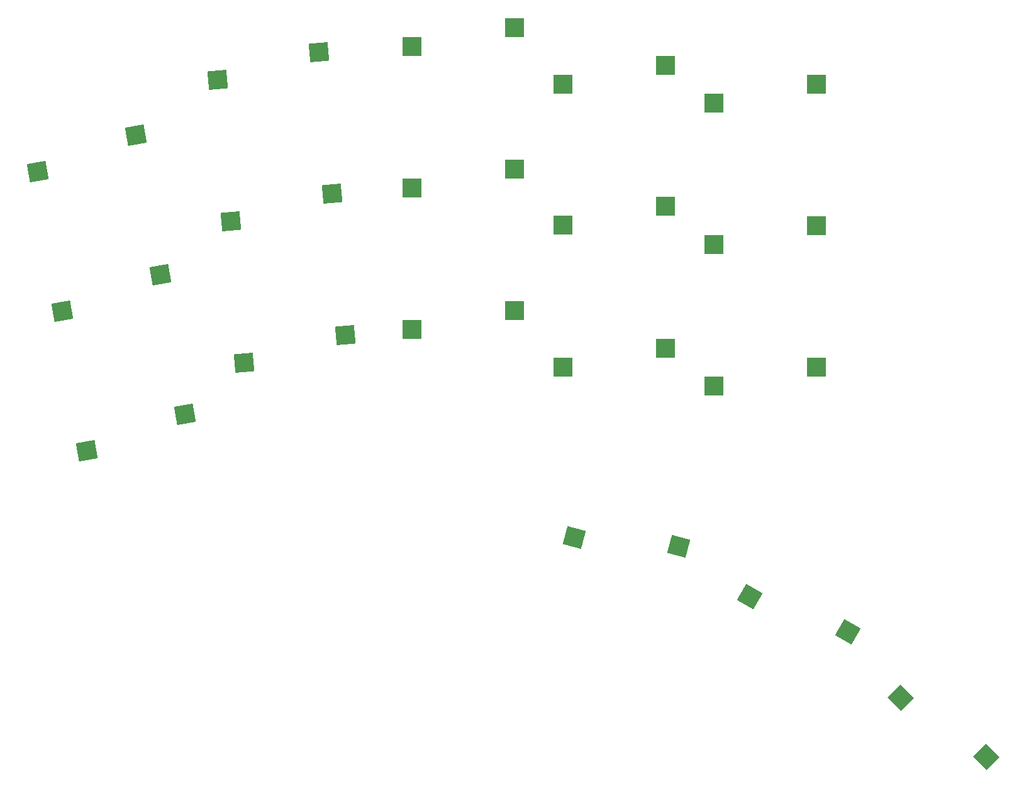
<source format=gbp>
%TF.GenerationSoftware,KiCad,Pcbnew,(6.0.7)*%
%TF.CreationDate,2022-09-04T15:55:50+05:30*%
%TF.ProjectId,burp_fart,62757270-5f66-4617-9274-2e6b69636164,rev?*%
%TF.SameCoordinates,Original*%
%TF.FileFunction,Paste,Bot*%
%TF.FilePolarity,Positive*%
%FSLAX46Y46*%
G04 Gerber Fmt 4.6, Leading zero omitted, Abs format (unit mm)*
G04 Created by KiCad (PCBNEW (6.0.7)) date 2022-09-04 15:55:50*
%MOMM*%
%LPD*%
G01*
G04 APERTURE LIST*
G04 Aperture macros list*
%AMRotRect*
0 Rectangle, with rotation*
0 The origin of the aperture is its center*
0 $1 length*
0 $2 width*
0 $3 Rotation angle, in degrees counterclockwise*
0 Add horizontal line*
21,1,$1,$2,0,0,$3*%
G04 Aperture macros list end*
%ADD10RotRect,2.550000X2.500000X10.000000*%
%ADD11RotRect,2.550000X2.500000X5.000000*%
%ADD12R,2.550000X2.500000*%
%ADD13RotRect,2.550000X2.500000X330.000000*%
%ADD14RotRect,2.550000X2.500000X345.000000*%
%ADD15RotRect,2.550000X2.500000X315.000000*%
G04 APERTURE END LIST*
D10*
%TO.C,L_SW__20*%
X20815787Y-47325369D03*
X34014308Y-42418930D03*
%TD*%
D11*
%TO.C,L_SW__01*%
X48635392Y-73058563D03*
X62211313Y-69321121D03*
%TD*%
D12*
%TO.C,L_SW__04*%
X111820000Y-76200000D03*
X125670000Y-73660000D03*
%TD*%
%TO.C,L_SW__13*%
X91500000Y-54490000D03*
X105350000Y-51950000D03*
%TD*%
D13*
%TO.C,L_SW__T2*%
X116642848Y-104530295D03*
X129907300Y-109255591D03*
%TD*%
D12*
%TO.C,L_SW__23*%
X91500000Y-35560000D03*
X105350000Y-33020000D03*
%TD*%
%TO.C,L_SW__03*%
X91500000Y-73660000D03*
X105350000Y-71120000D03*
%TD*%
D10*
%TO.C,L_SW__10*%
X24149508Y-66121369D03*
X37348029Y-61214930D03*
%TD*%
D12*
%TO.C,L_SW__12*%
X71180000Y-49530000D03*
X85030000Y-46990000D03*
%TD*%
D11*
%TO.C,L_SW__11*%
X46857392Y-54008563D03*
X60433313Y-50271121D03*
%TD*%
D12*
%TO.C,L_SW__14*%
X111820000Y-57150000D03*
X125670000Y-54610000D03*
%TD*%
D14*
%TO.C,L_SW__T3*%
X93055001Y-96589876D03*
X107090474Y-97721069D03*
%TD*%
D10*
%TO.C,L_SW__00*%
X27472216Y-84911369D03*
X40670737Y-80004930D03*
%TD*%
D12*
%TO.C,L_SW__22*%
X71180000Y-30480000D03*
X85030000Y-27940000D03*
%TD*%
%TO.C,L_SW__24*%
X111820000Y-38100000D03*
X125670000Y-35560000D03*
%TD*%
%TO.C,L_SW__02*%
X71180000Y-68580000D03*
X85030000Y-66040000D03*
%TD*%
D15*
%TO.C,L_SW__T1*%
X136950324Y-118118222D03*
X148539804Y-126115599D03*
%TD*%
D11*
%TO.C,L_SW__21*%
X45079392Y-34958563D03*
X58655313Y-31221121D03*
%TD*%
M02*

</source>
